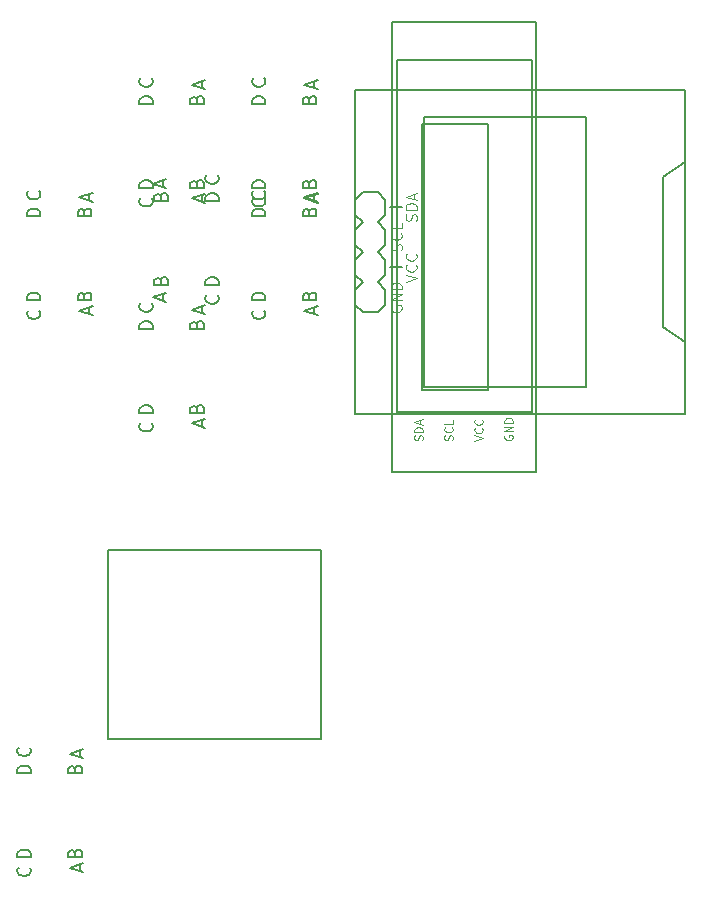
<source format=gbr>
G04 #@! TF.GenerationSoftware,KiCad,Pcbnew,6.0.2+dfsg-1*
G04 #@! TF.CreationDate,2023-02-12T19:45:13+01:00*
G04 #@! TF.ProjectId,RBCX,52424358-2e6b-4696-9361-645f70636258,rev?*
G04 #@! TF.SameCoordinates,Original*
G04 #@! TF.FileFunction,Other,Comment*
%FSLAX46Y46*%
G04 Gerber Fmt 4.6, Leading zero omitted, Abs format (unit mm)*
G04 Created by KiCad (PCBNEW 6.0.2+dfsg-1) date 2023-02-12 19:45:13*
%MOMM*%
%LPD*%
G01*
G04 APERTURE LIST*
%ADD10C,0.127000*%
%ADD11C,0.060960*%
%ADD12C,0.081280*%
G04 APERTURE END LIST*
D10*
G04 #@! TO.C,SW11*
X101399450Y-130548500D02*
X101399450Y-130004214D01*
X101726021Y-130657357D02*
X100583021Y-130276357D01*
X101726021Y-129895357D01*
X97281021Y-139031357D02*
X96138021Y-139031357D01*
X96138021Y-138759214D01*
X96192450Y-138595928D01*
X96301307Y-138487071D01*
X96410164Y-138432642D01*
X96627878Y-138378214D01*
X96791164Y-138378214D01*
X97008878Y-138432642D01*
X97117735Y-138487071D01*
X97226592Y-138595928D01*
X97281021Y-138759214D01*
X97281021Y-139031357D01*
X101000307Y-138650357D02*
X101054735Y-138487071D01*
X101109164Y-138432642D01*
X101218021Y-138378214D01*
X101381307Y-138378214D01*
X101490164Y-138432642D01*
X101544592Y-138487071D01*
X101599021Y-138595928D01*
X101599021Y-139031357D01*
X100456021Y-139031357D01*
X100456021Y-138650357D01*
X100510450Y-138541500D01*
X100564878Y-138487071D01*
X100673735Y-138432642D01*
X100782592Y-138432642D01*
X100891450Y-138487071D01*
X100945878Y-138541500D01*
X101000307Y-138650357D01*
X101000307Y-139031357D01*
X97172164Y-129750214D02*
X97226592Y-129804642D01*
X97281021Y-129967928D01*
X97281021Y-130076785D01*
X97226592Y-130240071D01*
X97117735Y-130348928D01*
X97008878Y-130403357D01*
X96791164Y-130457785D01*
X96627878Y-130457785D01*
X96410164Y-130403357D01*
X96301307Y-130348928D01*
X96192450Y-130240071D01*
X96138021Y-130076785D01*
X96138021Y-129967928D01*
X96192450Y-129804642D01*
X96246878Y-129750214D01*
G04 #@! TO.C,SW9*
X121243200Y-73874750D02*
X121243200Y-73330464D01*
X121569771Y-73983607D02*
X120426771Y-73602607D01*
X121569771Y-73221607D01*
X120844057Y-81976607D02*
X120898485Y-81813321D01*
X120952914Y-81758892D01*
X121061771Y-81704464D01*
X121225057Y-81704464D01*
X121333914Y-81758892D01*
X121388342Y-81813321D01*
X121442771Y-81922178D01*
X121442771Y-82357607D01*
X120299771Y-82357607D01*
X120299771Y-81976607D01*
X120354200Y-81867750D01*
X120408628Y-81813321D01*
X120517485Y-81758892D01*
X120626342Y-81758892D01*
X120735200Y-81813321D01*
X120789628Y-81867750D01*
X120844057Y-81976607D01*
X120844057Y-82357607D01*
X117015914Y-73076464D02*
X117070342Y-73130892D01*
X117124771Y-73294178D01*
X117124771Y-73403035D01*
X117070342Y-73566321D01*
X116961485Y-73675178D01*
X116852628Y-73729607D01*
X116634914Y-73784035D01*
X116471628Y-73784035D01*
X116253914Y-73729607D01*
X116145057Y-73675178D01*
X116036200Y-73566321D01*
X115981771Y-73403035D01*
X115981771Y-73294178D01*
X116036200Y-73130892D01*
X116090628Y-73076464D01*
X117124771Y-82357607D02*
X115981771Y-82357607D01*
X115981771Y-82085464D01*
X116036200Y-81922178D01*
X116145057Y-81813321D01*
X116253914Y-81758892D01*
X116471628Y-81704464D01*
X116634914Y-81704464D01*
X116852628Y-81758892D01*
X116961485Y-81813321D01*
X117070342Y-81922178D01*
X117124771Y-82085464D01*
X117124771Y-82357607D01*
D11*
G04 #@! TO.C,IM2*
X137404480Y-103311250D02*
X137371097Y-103378016D01*
X137371097Y-103478164D01*
X137404480Y-103578313D01*
X137471245Y-103645078D01*
X137538011Y-103678461D01*
X137671542Y-103711844D01*
X137771691Y-103711844D01*
X137905222Y-103678461D01*
X137971988Y-103645078D01*
X138038754Y-103578313D01*
X138072137Y-103478164D01*
X138072137Y-103411398D01*
X138038754Y-103311250D01*
X138005371Y-103277867D01*
X137771691Y-103277867D01*
X137771691Y-103411398D01*
X138072137Y-102977421D02*
X137371097Y-102977421D01*
X138072137Y-102576827D01*
X137371097Y-102576827D01*
X138072137Y-102242998D02*
X137371097Y-102242998D01*
X137371097Y-102076084D01*
X137404480Y-101975936D01*
X137471245Y-101909170D01*
X137538011Y-101875787D01*
X137671542Y-101842404D01*
X137771691Y-101842404D01*
X137905222Y-101875787D01*
X137971988Y-101909170D01*
X138038754Y-101975936D01*
X138072137Y-102076084D01*
X138072137Y-102242998D01*
X134831097Y-103778610D02*
X135532137Y-103544930D01*
X134831097Y-103311250D01*
X135465371Y-102676976D02*
X135498754Y-102710358D01*
X135532137Y-102810507D01*
X135532137Y-102877273D01*
X135498754Y-102977421D01*
X135431988Y-103044187D01*
X135365222Y-103077570D01*
X135231691Y-103110953D01*
X135131542Y-103110953D01*
X134998011Y-103077570D01*
X134931245Y-103044187D01*
X134864480Y-102977421D01*
X134831097Y-102877273D01*
X134831097Y-102810507D01*
X134864480Y-102710358D01*
X134897862Y-102676976D01*
X135465371Y-101975936D02*
X135498754Y-102009318D01*
X135532137Y-102109467D01*
X135532137Y-102176233D01*
X135498754Y-102276381D01*
X135431988Y-102343147D01*
X135365222Y-102376530D01*
X135231691Y-102409913D01*
X135131542Y-102409913D01*
X134998011Y-102376530D01*
X134931245Y-102343147D01*
X134864480Y-102276381D01*
X134831097Y-102176233D01*
X134831097Y-102109467D01*
X134864480Y-102009318D01*
X134897862Y-101975936D01*
X130418754Y-103711844D02*
X130452137Y-103611696D01*
X130452137Y-103444781D01*
X130418754Y-103378016D01*
X130385371Y-103344633D01*
X130318605Y-103311250D01*
X130251840Y-103311250D01*
X130185074Y-103344633D01*
X130151691Y-103378016D01*
X130118308Y-103444781D01*
X130084925Y-103578313D01*
X130051542Y-103645078D01*
X130018160Y-103678461D01*
X129951394Y-103711844D01*
X129884628Y-103711844D01*
X129817862Y-103678461D01*
X129784480Y-103645078D01*
X129751097Y-103578313D01*
X129751097Y-103411398D01*
X129784480Y-103311250D01*
X130452137Y-103010804D02*
X129751097Y-103010804D01*
X129751097Y-102843890D01*
X129784480Y-102743741D01*
X129851245Y-102676976D01*
X129918011Y-102643593D01*
X130051542Y-102610210D01*
X130151691Y-102610210D01*
X130285222Y-102643593D01*
X130351988Y-102676976D01*
X130418754Y-102743741D01*
X130452137Y-102843890D01*
X130452137Y-103010804D01*
X130251840Y-102343147D02*
X130251840Y-102009318D01*
X130452137Y-102409913D02*
X129751097Y-102176233D01*
X130452137Y-101942553D01*
X132958754Y-103711844D02*
X132992137Y-103611696D01*
X132992137Y-103444781D01*
X132958754Y-103378016D01*
X132925371Y-103344633D01*
X132858605Y-103311250D01*
X132791840Y-103311250D01*
X132725074Y-103344633D01*
X132691691Y-103378016D01*
X132658308Y-103444781D01*
X132624925Y-103578313D01*
X132591542Y-103645078D01*
X132558160Y-103678461D01*
X132491394Y-103711844D01*
X132424628Y-103711844D01*
X132357862Y-103678461D01*
X132324480Y-103645078D01*
X132291097Y-103578313D01*
X132291097Y-103411398D01*
X132324480Y-103311250D01*
X132925371Y-102610210D02*
X132958754Y-102643593D01*
X132992137Y-102743741D01*
X132992137Y-102810507D01*
X132958754Y-102910656D01*
X132891988Y-102977421D01*
X132825222Y-103010804D01*
X132691691Y-103044187D01*
X132591542Y-103044187D01*
X132458011Y-103010804D01*
X132391245Y-102977421D01*
X132324480Y-102910656D01*
X132291097Y-102810507D01*
X132291097Y-102743741D01*
X132324480Y-102643593D01*
X132357862Y-102610210D01*
X132992137Y-101975936D02*
X132992137Y-102309764D01*
X132291097Y-102309764D01*
D10*
G04 #@! TO.C,SW8*
X107599771Y-101407607D02*
X106456771Y-101407607D01*
X106456771Y-101135464D01*
X106511200Y-100972178D01*
X106620057Y-100863321D01*
X106728914Y-100808892D01*
X106946628Y-100754464D01*
X107109914Y-100754464D01*
X107327628Y-100808892D01*
X107436485Y-100863321D01*
X107545342Y-100972178D01*
X107599771Y-101135464D01*
X107599771Y-101407607D01*
X111319057Y-101026607D02*
X111373485Y-100863321D01*
X111427914Y-100808892D01*
X111536771Y-100754464D01*
X111700057Y-100754464D01*
X111808914Y-100808892D01*
X111863342Y-100863321D01*
X111917771Y-100972178D01*
X111917771Y-101407607D01*
X110774771Y-101407607D01*
X110774771Y-101026607D01*
X110829200Y-100917750D01*
X110883628Y-100863321D01*
X110992485Y-100808892D01*
X111101342Y-100808892D01*
X111210200Y-100863321D01*
X111264628Y-100917750D01*
X111319057Y-101026607D01*
X111319057Y-101407607D01*
X107490914Y-92126464D02*
X107545342Y-92180892D01*
X107599771Y-92344178D01*
X107599771Y-92453035D01*
X107545342Y-92616321D01*
X107436485Y-92725178D01*
X107327628Y-92779607D01*
X107109914Y-92834035D01*
X106946628Y-92834035D01*
X106728914Y-92779607D01*
X106620057Y-92725178D01*
X106511200Y-92616321D01*
X106456771Y-92453035D01*
X106456771Y-92344178D01*
X106511200Y-92180892D01*
X106565628Y-92126464D01*
X111718200Y-92924750D02*
X111718200Y-92380464D01*
X112044771Y-93033607D02*
X110901771Y-92652607D01*
X112044771Y-92271607D01*
G04 #@! TO.C,SW6*
X111319057Y-81976607D02*
X111373485Y-81813321D01*
X111427914Y-81758892D01*
X111536771Y-81704464D01*
X111700057Y-81704464D01*
X111808914Y-81758892D01*
X111863342Y-81813321D01*
X111917771Y-81922178D01*
X111917771Y-82357607D01*
X110774771Y-82357607D01*
X110774771Y-81976607D01*
X110829200Y-81867750D01*
X110883628Y-81813321D01*
X110992485Y-81758892D01*
X111101342Y-81758892D01*
X111210200Y-81813321D01*
X111264628Y-81867750D01*
X111319057Y-81976607D01*
X111319057Y-82357607D01*
X111718200Y-73874750D02*
X111718200Y-73330464D01*
X112044771Y-73983607D02*
X110901771Y-73602607D01*
X112044771Y-73221607D01*
X107490914Y-73076464D02*
X107545342Y-73130892D01*
X107599771Y-73294178D01*
X107599771Y-73403035D01*
X107545342Y-73566321D01*
X107436485Y-73675178D01*
X107327628Y-73729607D01*
X107109914Y-73784035D01*
X106946628Y-73784035D01*
X106728914Y-73729607D01*
X106620057Y-73675178D01*
X106511200Y-73566321D01*
X106456771Y-73403035D01*
X106456771Y-73294178D01*
X106511200Y-73130892D01*
X106565628Y-73076464D01*
X107599771Y-82357607D02*
X106456771Y-82357607D01*
X106456771Y-82085464D01*
X106511200Y-81922178D01*
X106620057Y-81813321D01*
X106728914Y-81758892D01*
X106946628Y-81704464D01*
X107109914Y-81704464D01*
X107327628Y-81758892D01*
X107436485Y-81813321D01*
X107545342Y-81922178D01*
X107599771Y-82085464D01*
X107599771Y-82357607D01*
G04 #@! TO.C,SW2*
X121243200Y-83399750D02*
X121243200Y-82855464D01*
X121569771Y-83508607D02*
X120426771Y-83127607D01*
X121569771Y-82746607D01*
X117015914Y-82601464D02*
X117070342Y-82655892D01*
X117124771Y-82819178D01*
X117124771Y-82928035D01*
X117070342Y-83091321D01*
X116961485Y-83200178D01*
X116852628Y-83254607D01*
X116634914Y-83309035D01*
X116471628Y-83309035D01*
X116253914Y-83254607D01*
X116145057Y-83200178D01*
X116036200Y-83091321D01*
X115981771Y-82928035D01*
X115981771Y-82819178D01*
X116036200Y-82655892D01*
X116090628Y-82601464D01*
X117124771Y-91882607D02*
X115981771Y-91882607D01*
X115981771Y-91610464D01*
X116036200Y-91447178D01*
X116145057Y-91338321D01*
X116253914Y-91283892D01*
X116471628Y-91229464D01*
X116634914Y-91229464D01*
X116852628Y-91283892D01*
X116961485Y-91338321D01*
X117070342Y-91447178D01*
X117124771Y-91610464D01*
X117124771Y-91882607D01*
X120844057Y-91501607D02*
X120898485Y-91338321D01*
X120952914Y-91283892D01*
X121061771Y-91229464D01*
X121225057Y-91229464D01*
X121333914Y-91283892D01*
X121388342Y-91338321D01*
X121442771Y-91447178D01*
X121442771Y-91882607D01*
X120299771Y-91882607D01*
X120299771Y-91501607D01*
X120354200Y-91392750D01*
X120408628Y-91338321D01*
X120517485Y-91283892D01*
X120626342Y-91283892D01*
X120735200Y-91338321D01*
X120789628Y-91392750D01*
X120844057Y-91501607D01*
X120844057Y-91882607D01*
D12*
G04 #@! TO.C,IM1*
X129911949Y-85135017D02*
X129956459Y-85001485D01*
X129956459Y-84778933D01*
X129911949Y-84689912D01*
X129867438Y-84645401D01*
X129778417Y-84600891D01*
X129689396Y-84600891D01*
X129600375Y-84645401D01*
X129555865Y-84689912D01*
X129511354Y-84778933D01*
X129466844Y-84956975D01*
X129422333Y-85045996D01*
X129377823Y-85090506D01*
X129288802Y-85135017D01*
X129199781Y-85135017D01*
X129110760Y-85090506D01*
X129066250Y-85045996D01*
X129021739Y-84956975D01*
X129021739Y-84734422D01*
X129066250Y-84600891D01*
X129956459Y-84200297D02*
X129021739Y-84200297D01*
X129021739Y-83977744D01*
X129066250Y-83844213D01*
X129155270Y-83755192D01*
X129244291Y-83710681D01*
X129422333Y-83666171D01*
X129555865Y-83666171D01*
X129733907Y-83710681D01*
X129822928Y-83755192D01*
X129911949Y-83844213D01*
X129956459Y-83977744D01*
X129956459Y-84200297D01*
X129689396Y-83310087D02*
X129689396Y-82864982D01*
X129956459Y-83399108D02*
X129021739Y-83087535D01*
X129956459Y-82775961D01*
X128641949Y-87652761D02*
X128686459Y-87519230D01*
X128686459Y-87296678D01*
X128641949Y-87207657D01*
X128597438Y-87163146D01*
X128508417Y-87118636D01*
X128419396Y-87118636D01*
X128330375Y-87163146D01*
X128285865Y-87207657D01*
X128241354Y-87296678D01*
X128196844Y-87474720D01*
X128152333Y-87563740D01*
X128107823Y-87608251D01*
X128018802Y-87652761D01*
X127929781Y-87652761D01*
X127840760Y-87608251D01*
X127796250Y-87563740D01*
X127751739Y-87474720D01*
X127751739Y-87252167D01*
X127796250Y-87118636D01*
X128597438Y-86183916D02*
X128641949Y-86228426D01*
X128686459Y-86361958D01*
X128686459Y-86450979D01*
X128641949Y-86584510D01*
X128552928Y-86673531D01*
X128463907Y-86718041D01*
X128285865Y-86762552D01*
X128152333Y-86762552D01*
X127974291Y-86718041D01*
X127885270Y-86673531D01*
X127796250Y-86584510D01*
X127751739Y-86450979D01*
X127751739Y-86361958D01*
X127796250Y-86228426D01*
X127840760Y-86183916D01*
X128686459Y-85338217D02*
X128686459Y-85783321D01*
X127751739Y-85783321D01*
X127796250Y-92332167D02*
X127751739Y-92421188D01*
X127751739Y-92554720D01*
X127796250Y-92688251D01*
X127885270Y-92777272D01*
X127974291Y-92821782D01*
X128152333Y-92866293D01*
X128285865Y-92866293D01*
X128463907Y-92821782D01*
X128552928Y-92777272D01*
X128641949Y-92688251D01*
X128686459Y-92554720D01*
X128686459Y-92465699D01*
X128641949Y-92332167D01*
X128597438Y-92287657D01*
X128285865Y-92287657D01*
X128285865Y-92465699D01*
X128686459Y-91887062D02*
X127751739Y-91887062D01*
X128686459Y-91352937D01*
X127751739Y-91352937D01*
X128686459Y-90907832D02*
X127751739Y-90907832D01*
X127751739Y-90685280D01*
X127796250Y-90551748D01*
X127885270Y-90462727D01*
X127974291Y-90418217D01*
X128152333Y-90373706D01*
X128285865Y-90373706D01*
X128463907Y-90418217D01*
X128552928Y-90462727D01*
X128641949Y-90551748D01*
X128686459Y-90685280D01*
X128686459Y-90907832D01*
X129021739Y-90326293D02*
X129956459Y-90014720D01*
X129021739Y-89703146D01*
X129867438Y-88857447D02*
X129911949Y-88901958D01*
X129956459Y-89035489D01*
X129956459Y-89124510D01*
X129911949Y-89258041D01*
X129822928Y-89347062D01*
X129733907Y-89391573D01*
X129555865Y-89436083D01*
X129422333Y-89436083D01*
X129244291Y-89391573D01*
X129155270Y-89347062D01*
X129066250Y-89258041D01*
X129021739Y-89124510D01*
X129021739Y-89035489D01*
X129066250Y-88901958D01*
X129110760Y-88857447D01*
X129867438Y-87922727D02*
X129911949Y-87967238D01*
X129956459Y-88100769D01*
X129956459Y-88189790D01*
X129911949Y-88323321D01*
X129822928Y-88412342D01*
X129733907Y-88456853D01*
X129555865Y-88501363D01*
X129422333Y-88501363D01*
X129244291Y-88456853D01*
X129155270Y-88412342D01*
X129066250Y-88323321D01*
X129021739Y-88189790D01*
X129021739Y-88100769D01*
X129066250Y-87967238D01*
X129110760Y-87922727D01*
D10*
G04 #@! TO.C,SW4*
X102193200Y-83399750D02*
X102193200Y-82855464D01*
X102519771Y-83508607D02*
X101376771Y-83127607D01*
X102519771Y-82746607D01*
X97965914Y-82601464D02*
X98020342Y-82655892D01*
X98074771Y-82819178D01*
X98074771Y-82928035D01*
X98020342Y-83091321D01*
X97911485Y-83200178D01*
X97802628Y-83254607D01*
X97584914Y-83309035D01*
X97421628Y-83309035D01*
X97203914Y-83254607D01*
X97095057Y-83200178D01*
X96986200Y-83091321D01*
X96931771Y-82928035D01*
X96931771Y-82819178D01*
X96986200Y-82655892D01*
X97040628Y-82601464D01*
X98074771Y-91882607D02*
X96931771Y-91882607D01*
X96931771Y-91610464D01*
X96986200Y-91447178D01*
X97095057Y-91338321D01*
X97203914Y-91283892D01*
X97421628Y-91229464D01*
X97584914Y-91229464D01*
X97802628Y-91283892D01*
X97911485Y-91338321D01*
X98020342Y-91447178D01*
X98074771Y-91610464D01*
X98074771Y-91882607D01*
X101794057Y-91501607D02*
X101848485Y-91338321D01*
X101902914Y-91283892D01*
X102011771Y-91229464D01*
X102175057Y-91229464D01*
X102283914Y-91283892D01*
X102338342Y-91338321D01*
X102392771Y-91447178D01*
X102392771Y-91882607D01*
X101249771Y-91882607D01*
X101249771Y-91501607D01*
X101304200Y-91392750D01*
X101358628Y-91338321D01*
X101467485Y-91283892D01*
X101576342Y-91283892D01*
X101685200Y-91338321D01*
X101739628Y-91392750D01*
X101794057Y-91501607D01*
X101794057Y-91882607D01*
G04 #@! TO.C,SW13*
X113187771Y-83462507D02*
X112044771Y-83462507D01*
X112044771Y-83190364D01*
X112099200Y-83027078D01*
X112208057Y-82918221D01*
X112316914Y-82863792D01*
X112534628Y-82809364D01*
X112697914Y-82809364D01*
X112915628Y-82863792D01*
X113024485Y-82918221D01*
X113133342Y-83027078D01*
X113187771Y-83190364D01*
X113187771Y-83462507D01*
X108416200Y-91890935D02*
X108416200Y-91346650D01*
X108742771Y-91999792D02*
X107599771Y-91618792D01*
X108742771Y-91237792D01*
X113078914Y-91437364D02*
X113133342Y-91491792D01*
X113187771Y-91655078D01*
X113187771Y-91763935D01*
X113133342Y-91927221D01*
X113024485Y-92036078D01*
X112915628Y-92090507D01*
X112697914Y-92144935D01*
X112534628Y-92144935D01*
X112316914Y-92090507D01*
X112208057Y-92036078D01*
X112099200Y-91927221D01*
X112044771Y-91763935D01*
X112044771Y-91655078D01*
X112099200Y-91491792D01*
X112153628Y-91437364D01*
X108271057Y-83081507D02*
X108325485Y-82918221D01*
X108379914Y-82863792D01*
X108488771Y-82809364D01*
X108652057Y-82809364D01*
X108760914Y-82863792D01*
X108815342Y-82918221D01*
X108869771Y-83027078D01*
X108869771Y-83462507D01*
X107726771Y-83462507D01*
X107726771Y-83081507D01*
X107781200Y-82972650D01*
X107835628Y-82918221D01*
X107944485Y-82863792D01*
X108053342Y-82863792D01*
X108162200Y-82918221D01*
X108216628Y-82972650D01*
X108271057Y-83081507D01*
X108271057Y-83462507D01*
G04 #@! TO.C,SW14*
X113187771Y-90574507D02*
X112044771Y-90574507D01*
X112044771Y-90302364D01*
X112099200Y-90139078D01*
X112208057Y-90030221D01*
X112316914Y-89975792D01*
X112534628Y-89921364D01*
X112697914Y-89921364D01*
X112915628Y-89975792D01*
X113024485Y-90030221D01*
X113133342Y-90139078D01*
X113187771Y-90302364D01*
X113187771Y-90574507D01*
X108271057Y-90193507D02*
X108325485Y-90030221D01*
X108379914Y-89975792D01*
X108488771Y-89921364D01*
X108652057Y-89921364D01*
X108760914Y-89975792D01*
X108815342Y-90030221D01*
X108869771Y-90139078D01*
X108869771Y-90574507D01*
X107726771Y-90574507D01*
X107726771Y-90193507D01*
X107781200Y-90084650D01*
X107835628Y-90030221D01*
X107944485Y-89975792D01*
X108053342Y-89975792D01*
X108162200Y-90030221D01*
X108216628Y-90084650D01*
X108271057Y-90193507D01*
X108271057Y-90574507D01*
X108416200Y-82254935D02*
X108416200Y-81710650D01*
X108742771Y-82363792D02*
X107599771Y-81982792D01*
X108742771Y-81601792D01*
X113078914Y-81293364D02*
X113133342Y-81347792D01*
X113187771Y-81511078D01*
X113187771Y-81619935D01*
X113133342Y-81783221D01*
X113024485Y-81892078D01*
X112915628Y-81946507D01*
X112697914Y-82000935D01*
X112534628Y-82000935D01*
X112316914Y-81946507D01*
X112208057Y-81892078D01*
X112099200Y-81783221D01*
X112044771Y-81619935D01*
X112044771Y-81511078D01*
X112099200Y-81347792D01*
X112153628Y-81293364D01*
G04 #@! TO.C,SW3*
X97965914Y-92745464D02*
X98020342Y-92799892D01*
X98074771Y-92963178D01*
X98074771Y-93072035D01*
X98020342Y-93235321D01*
X97911485Y-93344178D01*
X97802628Y-93398607D01*
X97584914Y-93453035D01*
X97421628Y-93453035D01*
X97203914Y-93398607D01*
X97095057Y-93344178D01*
X96986200Y-93235321D01*
X96931771Y-93072035D01*
X96931771Y-92963178D01*
X96986200Y-92799892D01*
X97040628Y-92745464D01*
X101794057Y-84389607D02*
X101848485Y-84226321D01*
X101902914Y-84171892D01*
X102011771Y-84117464D01*
X102175057Y-84117464D01*
X102283914Y-84171892D01*
X102338342Y-84226321D01*
X102392771Y-84335178D01*
X102392771Y-84770607D01*
X101249771Y-84770607D01*
X101249771Y-84389607D01*
X101304200Y-84280750D01*
X101358628Y-84226321D01*
X101467485Y-84171892D01*
X101576342Y-84171892D01*
X101685200Y-84226321D01*
X101739628Y-84280750D01*
X101794057Y-84389607D01*
X101794057Y-84770607D01*
X102193200Y-93035750D02*
X102193200Y-92491464D01*
X102519771Y-93144607D02*
X101376771Y-92763607D01*
X102519771Y-92382607D01*
X98074771Y-84770607D02*
X96931771Y-84770607D01*
X96931771Y-84498464D01*
X96986200Y-84335178D01*
X97095057Y-84226321D01*
X97203914Y-84171892D01*
X97421628Y-84117464D01*
X97584914Y-84117464D01*
X97802628Y-84171892D01*
X97911485Y-84226321D01*
X98020342Y-84335178D01*
X98074771Y-84498464D01*
X98074771Y-84770607D01*
G04 #@! TO.C,SW7*
X111718200Y-102560750D02*
X111718200Y-102016464D01*
X112044771Y-102669607D02*
X110901771Y-102288607D01*
X112044771Y-101907607D01*
X111319057Y-93914607D02*
X111373485Y-93751321D01*
X111427914Y-93696892D01*
X111536771Y-93642464D01*
X111700057Y-93642464D01*
X111808914Y-93696892D01*
X111863342Y-93751321D01*
X111917771Y-93860178D01*
X111917771Y-94295607D01*
X110774771Y-94295607D01*
X110774771Y-93914607D01*
X110829200Y-93805750D01*
X110883628Y-93751321D01*
X110992485Y-93696892D01*
X111101342Y-93696892D01*
X111210200Y-93751321D01*
X111264628Y-93805750D01*
X111319057Y-93914607D01*
X111319057Y-94295607D01*
X107599771Y-94295607D02*
X106456771Y-94295607D01*
X106456771Y-94023464D01*
X106511200Y-93860178D01*
X106620057Y-93751321D01*
X106728914Y-93696892D01*
X106946628Y-93642464D01*
X107109914Y-93642464D01*
X107327628Y-93696892D01*
X107436485Y-93751321D01*
X107545342Y-93860178D01*
X107599771Y-94023464D01*
X107599771Y-94295607D01*
X107490914Y-102270464D02*
X107545342Y-102324892D01*
X107599771Y-102488178D01*
X107599771Y-102597035D01*
X107545342Y-102760321D01*
X107436485Y-102869178D01*
X107327628Y-102923607D01*
X107109914Y-102978035D01*
X106946628Y-102978035D01*
X106728914Y-102923607D01*
X106620057Y-102869178D01*
X106511200Y-102760321D01*
X106456771Y-102597035D01*
X106456771Y-102488178D01*
X106511200Y-102324892D01*
X106565628Y-102270464D01*
G04 #@! TO.C,SW12*
X101000307Y-131538357D02*
X101054735Y-131375071D01*
X101109164Y-131320642D01*
X101218021Y-131266214D01*
X101381307Y-131266214D01*
X101490164Y-131320642D01*
X101544592Y-131375071D01*
X101599021Y-131483928D01*
X101599021Y-131919357D01*
X100456021Y-131919357D01*
X100456021Y-131538357D01*
X100510450Y-131429500D01*
X100564878Y-131375071D01*
X100673735Y-131320642D01*
X100782592Y-131320642D01*
X100891450Y-131375071D01*
X100945878Y-131429500D01*
X101000307Y-131538357D01*
X101000307Y-131919357D01*
X97172164Y-139894214D02*
X97226592Y-139948642D01*
X97281021Y-140111928D01*
X97281021Y-140220785D01*
X97226592Y-140384071D01*
X97117735Y-140492928D01*
X97008878Y-140547357D01*
X96791164Y-140601785D01*
X96627878Y-140601785D01*
X96410164Y-140547357D01*
X96301307Y-140492928D01*
X96192450Y-140384071D01*
X96138021Y-140220785D01*
X96138021Y-140111928D01*
X96192450Y-139948642D01*
X96246878Y-139894214D01*
X97281021Y-131919357D02*
X96138021Y-131919357D01*
X96138021Y-131647214D01*
X96192450Y-131483928D01*
X96301307Y-131375071D01*
X96410164Y-131320642D01*
X96627878Y-131266214D01*
X96791164Y-131266214D01*
X97008878Y-131320642D01*
X97117735Y-131375071D01*
X97226592Y-131483928D01*
X97281021Y-131647214D01*
X97281021Y-131919357D01*
X101399450Y-140184500D02*
X101399450Y-139640214D01*
X101726021Y-140293357D02*
X100583021Y-139912357D01*
X101726021Y-139531357D01*
G04 #@! TO.C,SW10*
X117015914Y-83220464D02*
X117070342Y-83274892D01*
X117124771Y-83438178D01*
X117124771Y-83547035D01*
X117070342Y-83710321D01*
X116961485Y-83819178D01*
X116852628Y-83873607D01*
X116634914Y-83928035D01*
X116471628Y-83928035D01*
X116253914Y-83873607D01*
X116145057Y-83819178D01*
X116036200Y-83710321D01*
X115981771Y-83547035D01*
X115981771Y-83438178D01*
X116036200Y-83274892D01*
X116090628Y-83220464D01*
X121243200Y-83510750D02*
X121243200Y-82966464D01*
X121569771Y-83619607D02*
X120426771Y-83238607D01*
X121569771Y-82857607D01*
X117124771Y-75245607D02*
X115981771Y-75245607D01*
X115981771Y-74973464D01*
X116036200Y-74810178D01*
X116145057Y-74701321D01*
X116253914Y-74646892D01*
X116471628Y-74592464D01*
X116634914Y-74592464D01*
X116852628Y-74646892D01*
X116961485Y-74701321D01*
X117070342Y-74810178D01*
X117124771Y-74973464D01*
X117124771Y-75245607D01*
X120844057Y-74864607D02*
X120898485Y-74701321D01*
X120952914Y-74646892D01*
X121061771Y-74592464D01*
X121225057Y-74592464D01*
X121333914Y-74646892D01*
X121388342Y-74701321D01*
X121442771Y-74810178D01*
X121442771Y-75245607D01*
X120299771Y-75245607D01*
X120299771Y-74864607D01*
X120354200Y-74755750D01*
X120408628Y-74701321D01*
X120517485Y-74646892D01*
X120626342Y-74646892D01*
X120735200Y-74701321D01*
X120789628Y-74755750D01*
X120844057Y-74864607D01*
X120844057Y-75245607D01*
G04 #@! TO.C,SW1*
X117124771Y-84770607D02*
X115981771Y-84770607D01*
X115981771Y-84498464D01*
X116036200Y-84335178D01*
X116145057Y-84226321D01*
X116253914Y-84171892D01*
X116471628Y-84117464D01*
X116634914Y-84117464D01*
X116852628Y-84171892D01*
X116961485Y-84226321D01*
X117070342Y-84335178D01*
X117124771Y-84498464D01*
X117124771Y-84770607D01*
X121243200Y-93035750D02*
X121243200Y-92491464D01*
X121569771Y-93144607D02*
X120426771Y-92763607D01*
X121569771Y-92382607D01*
X117015914Y-92745464D02*
X117070342Y-92799892D01*
X117124771Y-92963178D01*
X117124771Y-93072035D01*
X117070342Y-93235321D01*
X116961485Y-93344178D01*
X116852628Y-93398607D01*
X116634914Y-93453035D01*
X116471628Y-93453035D01*
X116253914Y-93398607D01*
X116145057Y-93344178D01*
X116036200Y-93235321D01*
X115981771Y-93072035D01*
X115981771Y-92963178D01*
X116036200Y-92799892D01*
X116090628Y-92745464D01*
X120844057Y-84389607D02*
X120898485Y-84226321D01*
X120952914Y-84171892D01*
X121061771Y-84117464D01*
X121225057Y-84117464D01*
X121333914Y-84171892D01*
X121388342Y-84226321D01*
X121442771Y-84335178D01*
X121442771Y-84770607D01*
X120299771Y-84770607D01*
X120299771Y-84389607D01*
X120354200Y-84280750D01*
X120408628Y-84226321D01*
X120517485Y-84171892D01*
X120626342Y-84171892D01*
X120735200Y-84226321D01*
X120789628Y-84280750D01*
X120844057Y-84389607D01*
X120844057Y-84770607D01*
G04 #@! TO.C,SW5*
X111319057Y-74864607D02*
X111373485Y-74701321D01*
X111427914Y-74646892D01*
X111536771Y-74592464D01*
X111700057Y-74592464D01*
X111808914Y-74646892D01*
X111863342Y-74701321D01*
X111917771Y-74810178D01*
X111917771Y-75245607D01*
X110774771Y-75245607D01*
X110774771Y-74864607D01*
X110829200Y-74755750D01*
X110883628Y-74701321D01*
X110992485Y-74646892D01*
X111101342Y-74646892D01*
X111210200Y-74701321D01*
X111264628Y-74755750D01*
X111319057Y-74864607D01*
X111319057Y-75245607D01*
X111718200Y-83510750D02*
X111718200Y-82966464D01*
X112044771Y-83619607D02*
X110901771Y-83238607D01*
X112044771Y-82857607D01*
X107490914Y-83220464D02*
X107545342Y-83274892D01*
X107599771Y-83438178D01*
X107599771Y-83547035D01*
X107545342Y-83710321D01*
X107436485Y-83819178D01*
X107327628Y-83873607D01*
X107109914Y-83928035D01*
X106946628Y-83928035D01*
X106728914Y-83873607D01*
X106620057Y-83819178D01*
X106511200Y-83710321D01*
X106456771Y-83547035D01*
X106456771Y-83438178D01*
X106511200Y-83274892D01*
X106565628Y-83220464D01*
X107599771Y-75245607D02*
X106456771Y-75245607D01*
X106456771Y-74973464D01*
X106511200Y-74810178D01*
X106620057Y-74701321D01*
X106728914Y-74646892D01*
X106946628Y-74592464D01*
X107109914Y-74592464D01*
X107327628Y-74646892D01*
X107436485Y-74701321D01*
X107545342Y-74810178D01*
X107599771Y-74973464D01*
X107599771Y-75245607D01*
G04 #@! TO.C,IM2*
X140041000Y-106425000D02*
X127849000Y-106425000D01*
X135977000Y-76961000D02*
X135977000Y-99440000D01*
X130389000Y-76961000D02*
X135977000Y-76961000D01*
X130389000Y-99440000D02*
X130389000Y-76961000D01*
X139660000Y-101345000D02*
X128230000Y-101345000D01*
X127849000Y-68325000D02*
X140041000Y-68325000D01*
X139660000Y-71500000D02*
X139660000Y-101345000D01*
X128230000Y-101345000D02*
X128230000Y-71500000D01*
X135977000Y-99440000D02*
X130389000Y-99440000D01*
X140041000Y-68325000D02*
X140041000Y-106425000D01*
X127849000Y-106425000D02*
X127849000Y-68325000D01*
X128230000Y-71500000D02*
X139660000Y-71500000D01*
G04 #@! TO.C,IM1*
X124748250Y-90985000D02*
X125383250Y-90350000D01*
X124748250Y-83365000D02*
X125383250Y-82730000D01*
X150783250Y-81460000D02*
X152688250Y-80190000D01*
X124748250Y-85905000D02*
X125383250Y-85270000D01*
X130590250Y-99240000D02*
X130590250Y-76380000D01*
X126653250Y-82730000D02*
X127288250Y-83365000D01*
X126653250Y-92890000D02*
X125383250Y-92890000D01*
X152688250Y-95430000D02*
X152688250Y-101526000D01*
X125383250Y-85270000D02*
X124748250Y-84635000D01*
X125383250Y-87810000D02*
X124748250Y-87175000D01*
X127288250Y-83365000D02*
X127288250Y-84635000D01*
X144306250Y-99240000D02*
X130590250Y-99240000D01*
X144306250Y-76380000D02*
X144306250Y-99240000D01*
X127288250Y-92255000D02*
X126653250Y-92890000D01*
X127288250Y-90985000D02*
X127288250Y-92255000D01*
X125383250Y-92890000D02*
X124748250Y-92255000D01*
X150783250Y-94160000D02*
X150783250Y-81460000D01*
X127288250Y-84635000D02*
X126653250Y-85270000D01*
X125383250Y-90350000D02*
X124748250Y-89715000D01*
X128685250Y-89080000D02*
X127669250Y-89080000D01*
X127288250Y-85905000D02*
X127288250Y-87175000D01*
X128685250Y-84000000D02*
X127669250Y-84000000D01*
X124748250Y-74094000D02*
X152688250Y-74094000D01*
X126653250Y-85270000D02*
X127288250Y-85905000D01*
X124748250Y-88445000D02*
X125383250Y-87810000D01*
X126653250Y-90350000D02*
X127288250Y-90985000D01*
X127288250Y-87175000D02*
X126653250Y-87810000D01*
X124748250Y-101526000D02*
X124748250Y-74094000D01*
X126653250Y-87810000D02*
X127288250Y-88445000D01*
X152688250Y-101526000D02*
X124748250Y-101526000D01*
X152688250Y-80190000D02*
X152688250Y-95430000D01*
X125383250Y-82730000D02*
X126653250Y-82730000D01*
X127288250Y-89715000D02*
X126653250Y-90350000D01*
X152688250Y-74094000D02*
X152688250Y-80190000D01*
X127288250Y-88445000D02*
X127288250Y-89715000D01*
X130590250Y-76380000D02*
X144306250Y-76380000D01*
X152688250Y-95430000D02*
X150783250Y-94160000D01*
G04 #@! TO.C,IM3*
X103795000Y-129025000D02*
X103795000Y-113025000D01*
X121795000Y-129025000D02*
X103795000Y-129025000D01*
X103795000Y-113025000D02*
X121795000Y-113025000D01*
X121795000Y-113025000D02*
X121795000Y-129025000D01*
G04 #@! TD*
M02*

</source>
